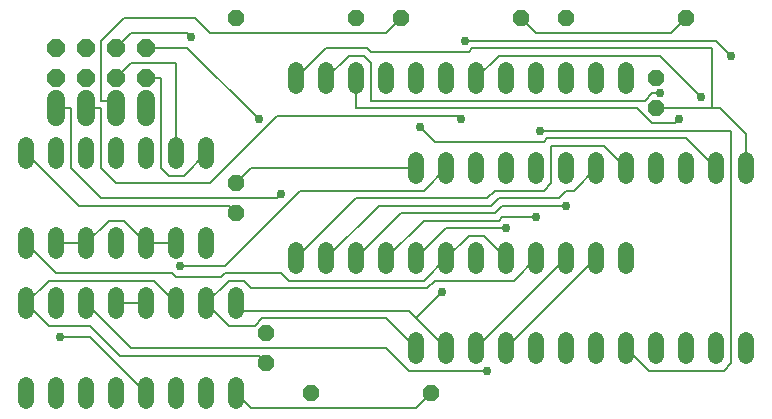
<source format=gbr>
G04 EAGLE Gerber RS-274X export*
G75*
%MOMM*%
%FSLAX34Y34*%
%LPD*%
%INTop Copper*%
%IPPOS*%
%AMOC8*
5,1,8,0,0,1.08239X$1,22.5*%
G01*
%ADD10C,1.320800*%
%ADD11P,1.649562X8X202.500000*%
%ADD12C,1.524000*%
%ADD13P,1.429621X8X202.500000*%
%ADD14P,1.429621X8X292.500000*%
%ADD15C,0.152400*%
%ADD16C,0.756400*%


D10*
X533400Y298704D02*
X533400Y285496D01*
X508000Y285496D02*
X508000Y298704D01*
X381000Y298704D02*
X381000Y285496D01*
X355600Y285496D02*
X355600Y298704D01*
X482600Y298704D02*
X482600Y285496D01*
X457200Y285496D02*
X457200Y298704D01*
X406400Y298704D02*
X406400Y285496D01*
X431800Y285496D02*
X431800Y298704D01*
X330200Y298704D02*
X330200Y285496D01*
X304800Y285496D02*
X304800Y298704D01*
X279400Y298704D02*
X279400Y285496D01*
X254000Y285496D02*
X254000Y298704D01*
X254000Y146304D02*
X254000Y133096D01*
X279400Y133096D02*
X279400Y146304D01*
X304800Y146304D02*
X304800Y133096D01*
X330200Y133096D02*
X330200Y146304D01*
X355600Y146304D02*
X355600Y133096D01*
X381000Y133096D02*
X381000Y146304D01*
X406400Y146304D02*
X406400Y133096D01*
X431800Y133096D02*
X431800Y146304D01*
X457200Y146304D02*
X457200Y133096D01*
X482600Y133096D02*
X482600Y146304D01*
X508000Y146304D02*
X508000Y133096D01*
X533400Y133096D02*
X533400Y146304D01*
X635000Y209296D02*
X635000Y222504D01*
X609600Y222504D02*
X609600Y209296D01*
X584200Y209296D02*
X584200Y222504D01*
X558800Y222504D02*
X558800Y209296D01*
X533400Y209296D02*
X533400Y222504D01*
X508000Y222504D02*
X508000Y209296D01*
X482600Y209296D02*
X482600Y222504D01*
X457200Y222504D02*
X457200Y209296D01*
X431800Y209296D02*
X431800Y222504D01*
X406400Y222504D02*
X406400Y209296D01*
X381000Y209296D02*
X381000Y222504D01*
X355600Y222504D02*
X355600Y209296D01*
X355600Y70104D02*
X355600Y56896D01*
X381000Y56896D02*
X381000Y70104D01*
X406400Y70104D02*
X406400Y56896D01*
X431800Y56896D02*
X431800Y70104D01*
X457200Y70104D02*
X457200Y56896D01*
X482600Y56896D02*
X482600Y70104D01*
X508000Y70104D02*
X508000Y56896D01*
X533400Y56896D02*
X533400Y70104D01*
X558800Y70104D02*
X558800Y56896D01*
X584200Y56896D02*
X584200Y70104D01*
X609600Y70104D02*
X609600Y56896D01*
X635000Y56896D02*
X635000Y70104D01*
X203200Y94996D02*
X203200Y108204D01*
X177800Y108204D02*
X177800Y94996D01*
X50800Y94996D02*
X50800Y108204D01*
X25400Y108204D02*
X25400Y94996D01*
X152400Y94996D02*
X152400Y108204D01*
X127000Y108204D02*
X127000Y94996D01*
X76200Y94996D02*
X76200Y108204D01*
X101600Y108204D02*
X101600Y94996D01*
X25400Y32004D02*
X25400Y18796D01*
X50800Y18796D02*
X50800Y32004D01*
X76200Y32004D02*
X76200Y18796D01*
X101600Y18796D02*
X101600Y32004D01*
X127000Y32004D02*
X127000Y18796D01*
X152400Y18796D02*
X152400Y32004D01*
X177800Y32004D02*
X177800Y18796D01*
X203200Y18796D02*
X203200Y32004D01*
X177800Y221996D02*
X177800Y235204D01*
X152400Y235204D02*
X152400Y221996D01*
X25400Y221996D02*
X25400Y235204D01*
X25400Y159004D02*
X25400Y145796D01*
X127000Y221996D02*
X127000Y235204D01*
X101600Y235204D02*
X101600Y221996D01*
X50800Y221996D02*
X50800Y235204D01*
X76200Y235204D02*
X76200Y221996D01*
X50800Y159004D02*
X50800Y145796D01*
X76200Y145796D02*
X76200Y159004D01*
X101600Y159004D02*
X101600Y145796D01*
X127000Y145796D02*
X127000Y159004D01*
X152400Y159004D02*
X152400Y145796D01*
X177800Y145796D02*
X177800Y159004D01*
D11*
X127000Y317500D03*
X127000Y292100D03*
X101600Y317500D03*
X101600Y292100D03*
X76200Y317500D03*
X76200Y292100D03*
X50800Y317500D03*
X50800Y292100D03*
D12*
X127000Y274320D02*
X127000Y259080D01*
X101600Y259080D02*
X101600Y274320D01*
X76200Y274320D02*
X76200Y259080D01*
X50800Y259080D02*
X50800Y274320D01*
D13*
X304800Y342900D03*
X203200Y342900D03*
X444500Y342900D03*
X342900Y342900D03*
X584200Y342900D03*
X482600Y342900D03*
X368300Y25400D03*
X266700Y25400D03*
D14*
X228600Y76200D03*
X228600Y50800D03*
X203200Y203200D03*
X203200Y177800D03*
X558800Y292100D03*
X558800Y266700D03*
D15*
X606425Y266700D02*
X612775Y266700D01*
X606425Y266700D02*
X558800Y266700D01*
X612775Y266700D02*
X635000Y244475D01*
X635000Y215900D01*
X152400Y101600D02*
X133350Y120650D01*
X44450Y120650D01*
X25400Y101600D01*
X196850Y184150D02*
X203200Y177800D01*
X196850Y184150D02*
X69850Y184150D01*
X25400Y228600D01*
X222250Y57150D02*
X228600Y50800D01*
X222250Y57150D02*
X104775Y57150D01*
X79375Y82550D01*
X44450Y82550D01*
X25400Y101600D01*
X606425Y266700D02*
X606425Y317500D01*
X403225Y317500D01*
X400050Y314325D01*
X317500Y314325D01*
X314325Y317500D01*
X279400Y317500D01*
X254000Y292100D01*
X444500Y342900D02*
X457200Y330200D01*
X571500Y330200D01*
X584200Y342900D01*
X215900Y215900D02*
X203200Y203200D01*
X215900Y215900D02*
X355600Y215900D01*
X203200Y25400D02*
X215900Y12700D01*
X355600Y12700D01*
X368300Y25400D01*
X371475Y238125D02*
X358775Y250825D01*
X371475Y238125D02*
X463550Y238125D01*
X466725Y241300D01*
X584200Y241300D01*
X609600Y215900D01*
D16*
X358775Y250825D03*
D15*
X304800Y266700D02*
X304800Y292100D01*
X304800Y266700D02*
X542925Y266700D01*
X555625Y254000D01*
X574675Y254000D01*
X577850Y257175D01*
D16*
X577850Y257175D03*
D15*
X298450Y311150D02*
X279400Y292100D01*
X298450Y311150D02*
X311150Y311150D01*
X317500Y304800D01*
X317500Y273050D01*
X549275Y273050D01*
X555625Y279400D01*
X561975Y279400D01*
D16*
X561975Y279400D03*
D15*
X304800Y190500D02*
X254000Y139700D01*
X304800Y190500D02*
X415925Y190500D01*
X422275Y196850D01*
X463550Y196850D01*
X469900Y203200D01*
X469900Y234950D01*
X514350Y234950D01*
X533400Y215900D01*
X323850Y184150D02*
X279400Y139700D01*
X323850Y184150D02*
X419100Y184150D01*
X425450Y190500D01*
X476250Y190500D01*
X482600Y196850D01*
X488950Y196850D01*
X508000Y215900D01*
X342900Y177800D02*
X304800Y139700D01*
X342900Y177800D02*
X422275Y177800D01*
X428625Y184150D01*
X482600Y184150D01*
D16*
X482600Y184150D03*
D15*
X361950Y171450D02*
X330200Y139700D01*
X361950Y171450D02*
X425450Y171450D01*
X428625Y174625D01*
X457200Y174625D01*
D16*
X457200Y174625D03*
D15*
X381000Y165100D02*
X355600Y139700D01*
X381000Y165100D02*
X431800Y165100D01*
D16*
X431800Y165100D03*
D15*
X609600Y323850D02*
X622300Y311150D01*
X609600Y323850D02*
X396875Y323850D01*
D16*
X622300Y311150D03*
X396875Y323850D03*
D15*
X561975Y311150D02*
X596900Y276225D01*
X561975Y311150D02*
X425450Y311150D01*
X406400Y292100D01*
D16*
X596900Y276225D03*
D15*
X533400Y63500D02*
X552450Y44450D01*
X615950Y44450D01*
X622300Y50800D01*
X622300Y247650D01*
X460375Y247650D01*
D16*
X460375Y247650D03*
D15*
X508000Y139700D02*
X431800Y63500D01*
X406400Y63500D02*
X482600Y139700D01*
X209550Y95250D02*
X203200Y101600D01*
X209550Y95250D02*
X349250Y95250D01*
X355600Y88900D02*
X381000Y63500D01*
X355600Y88900D02*
X349250Y95250D01*
X355600Y88900D02*
X377825Y111125D01*
D16*
X377825Y111125D03*
D15*
X196850Y82550D02*
X177800Y101600D01*
X196850Y82550D02*
X219075Y82550D01*
X225425Y88900D01*
X330200Y88900D01*
X355600Y63500D01*
X438150Y120650D02*
X457200Y139700D01*
X438150Y120650D02*
X371475Y120650D01*
X365125Y114300D01*
X215900Y114300D01*
X209550Y120650D01*
X196850Y120650D01*
X177800Y101600D01*
X114300Y63500D02*
X76200Y101600D01*
X114300Y63500D02*
X330200Y63500D01*
X349250Y44450D01*
X415925Y44450D01*
D16*
X415925Y44450D03*
D15*
X127000Y101600D02*
X101600Y101600D01*
X361950Y196850D02*
X381000Y215900D01*
X361950Y196850D02*
X257175Y196850D01*
X193675Y133350D01*
X155575Y133350D01*
D16*
X155575Y133350D03*
D15*
X381000Y139700D02*
X400050Y158750D01*
X412750Y158750D01*
X431800Y139700D01*
X50800Y127000D02*
X25400Y152400D01*
X50800Y127000D02*
X149225Y127000D01*
X152400Y123825D01*
X190500Y123825D01*
X193675Y127000D01*
X241300Y127000D01*
X247650Y120650D01*
X361950Y120650D01*
X381000Y139700D01*
X152400Y152400D02*
X127000Y152400D01*
X76200Y152400D02*
X50800Y152400D01*
X107950Y171450D02*
X127000Y152400D01*
X107950Y171450D02*
X95250Y171450D01*
X76200Y152400D01*
X222250Y257175D02*
X161925Y317500D01*
X127000Y317500D01*
D16*
X222250Y257175D03*
D15*
X165100Y327025D02*
X161925Y330200D01*
X114300Y330200D01*
X101600Y317500D01*
D16*
X165100Y327025D03*
D15*
X79375Y73025D02*
X127000Y25400D01*
X79375Y73025D02*
X53975Y73025D01*
D16*
X53975Y73025D03*
D15*
X158750Y209550D02*
X177800Y228600D01*
X158750Y209550D02*
X146050Y209550D01*
X139700Y215900D01*
X139700Y292100D01*
X127000Y292100D01*
X152400Y304800D02*
X152400Y228600D01*
X152400Y304800D02*
X114300Y304800D01*
X101600Y292100D01*
X330200Y330200D02*
X342900Y342900D01*
X330200Y330200D02*
X180975Y330200D01*
X168275Y342900D01*
X107950Y342900D01*
X88900Y323850D01*
X88900Y273050D01*
X95250Y273050D01*
X101600Y266700D01*
X390525Y260350D02*
X393700Y257175D01*
X390525Y260350D02*
X238125Y260350D01*
X180975Y203200D01*
X101600Y203200D01*
X88900Y215900D01*
X88900Y266700D01*
X76200Y266700D01*
D16*
X393700Y257175D03*
D15*
X241300Y193675D02*
X238125Y190500D01*
X88900Y190500D01*
X63500Y215900D01*
X63500Y266700D01*
X50800Y266700D01*
D16*
X241300Y193675D03*
M02*

</source>
